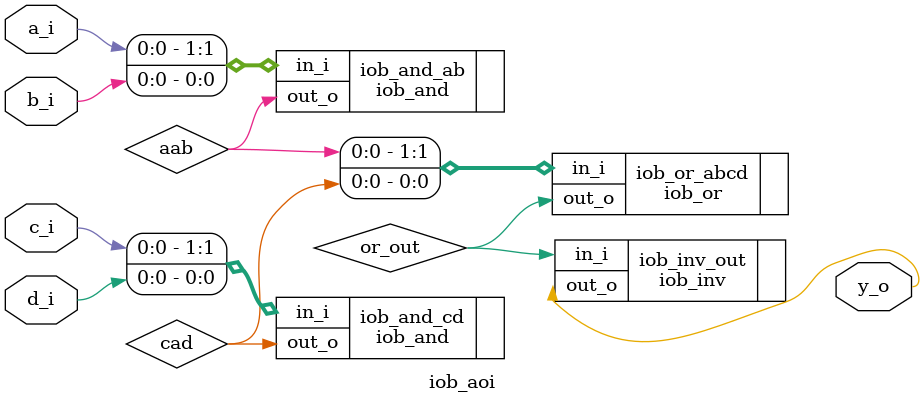
<source format=v>
`timescale 1ns / 1ps

module iob_aoi
(
	input a_i,
	input b_i,
	input c_i,
	input d_i,
	output y_o
);

	wire aab;
	wire cad;
	wire or_out;

	iob_and #(
		.W(1),
		.N(2)
	) iob_and_ab (
		.in_i({a_i,b_i}),
		.out_o(aab)
	);

	iob_and #(
		.W(1),
		.N(2)
	) iob_and_cd (
		.in_i({c_i,d_i}),
		.out_o(cad)
	);

	iob_or #(
		.W(1),
		.N(2)
	) iob_or_abcd (
		.in_i({aab,cad}),
		.out_o(or_out)
	);

	iob_inv #(
		.W(1)
	) iob_inv_out (
		.in_i(or_out),
		.out_o(y_o)
	);

endmodule

</source>
